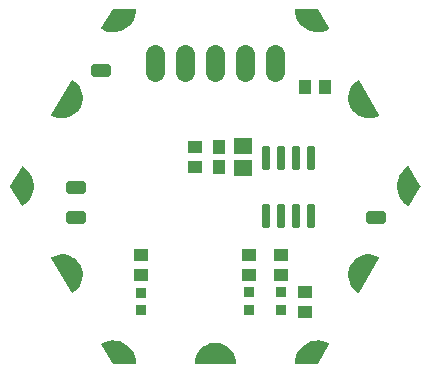
<source format=gbr>
G04 EAGLE Gerber RS-274X export*
G75*
%MOMM*%
%FSLAX34Y34*%
%LPD*%
%INSoldermask Top*%
%IPPOS*%
%AMOC8*
5,1,8,0,0,1.08239X$1,22.5*%
G01*
%ADD10R,0.901600X0.901600*%
%ADD11R,1.201600X1.101600*%
%ADD12C,0.605878*%
%ADD13C,1.101600*%
%ADD14R,1.601600X1.401600*%
%ADD15R,1.101600X1.201600*%
%ADD16C,0.248975*%
%ADD17C,1.625600*%

G36*
X363231Y195709D02*
X363231Y195709D01*
X363260Y195706D01*
X363327Y195728D01*
X363397Y195742D01*
X363421Y195759D01*
X363449Y195768D01*
X363502Y195815D01*
X363561Y195855D01*
X363577Y195879D01*
X363599Y195899D01*
X363630Y195963D01*
X363668Y196022D01*
X363673Y196051D01*
X363685Y196077D01*
X363694Y196177D01*
X363701Y196219D01*
X363698Y196229D01*
X363700Y196243D01*
X363468Y199041D01*
X363458Y199075D01*
X363454Y199123D01*
X362765Y201844D01*
X362750Y201876D01*
X362738Y201922D01*
X361610Y204494D01*
X361590Y204522D01*
X361571Y204566D01*
X360035Y206917D01*
X360011Y206941D01*
X359985Y206982D01*
X358083Y209047D01*
X358055Y209068D01*
X358022Y209103D01*
X355807Y210828D01*
X355776Y210843D01*
X355738Y210873D01*
X353268Y212209D01*
X353235Y212219D01*
X353193Y212242D01*
X352007Y212650D01*
X350553Y213149D01*
X350537Y213154D01*
X350503Y213159D01*
X350457Y213174D01*
X347688Y213636D01*
X347653Y213635D01*
X347606Y213643D01*
X344798Y213643D01*
X344764Y213636D01*
X344716Y213636D01*
X341947Y213174D01*
X341914Y213162D01*
X341867Y213154D01*
X339211Y212242D01*
X339181Y212225D01*
X339136Y212209D01*
X336666Y210873D01*
X336640Y210851D01*
X336597Y210828D01*
X334382Y209103D01*
X334359Y209077D01*
X334321Y209047D01*
X332419Y206982D01*
X332401Y206952D01*
X332369Y206917D01*
X330833Y204566D01*
X330820Y204534D01*
X330794Y204494D01*
X329666Y201922D01*
X329659Y201889D01*
X329656Y201882D01*
X329650Y201873D01*
X329649Y201867D01*
X329639Y201844D01*
X328950Y199123D01*
X328948Y199088D01*
X328936Y199041D01*
X328704Y196243D01*
X328708Y196214D01*
X328703Y196185D01*
X328720Y196116D01*
X328728Y196046D01*
X328742Y196020D01*
X328749Y195992D01*
X328791Y195935D01*
X328826Y195873D01*
X328850Y195855D01*
X328867Y195832D01*
X328928Y195796D01*
X328985Y195753D01*
X329013Y195745D01*
X329038Y195730D01*
X329136Y195714D01*
X329177Y195703D01*
X329188Y195705D01*
X329202Y195703D01*
X363202Y195703D01*
X363231Y195709D01*
G37*
G36*
X224809Y256012D02*
X224809Y256012D01*
X224880Y256009D01*
X224907Y256019D01*
X224936Y256021D01*
X225026Y256063D01*
X225066Y256078D01*
X225074Y256086D01*
X225087Y256092D01*
X227390Y257691D01*
X227414Y257717D01*
X227454Y257744D01*
X229463Y259701D01*
X229482Y259730D01*
X229517Y259763D01*
X231176Y262024D01*
X231191Y262055D01*
X231220Y262094D01*
X232484Y264597D01*
X232493Y264631D01*
X232515Y264674D01*
X233351Y267351D01*
X233354Y267385D01*
X233369Y267431D01*
X233752Y270210D01*
X233750Y270244D01*
X233756Y270292D01*
X233677Y273095D01*
X233669Y273129D01*
X233668Y273177D01*
X233129Y275929D01*
X233115Y275961D01*
X233106Y276009D01*
X232121Y278634D01*
X232106Y278659D01*
X232101Y278679D01*
X232093Y278690D01*
X232086Y278709D01*
X230682Y281137D01*
X230659Y281163D01*
X230635Y281205D01*
X228851Y283368D01*
X228824Y283390D01*
X228793Y283427D01*
X226677Y285268D01*
X226647Y285285D01*
X226611Y285317D01*
X224220Y286784D01*
X224188Y286795D01*
X224147Y286821D01*
X221548Y287874D01*
X221514Y287881D01*
X221469Y287899D01*
X218732Y288510D01*
X218697Y288511D01*
X218650Y288522D01*
X215850Y288674D01*
X215816Y288669D01*
X215768Y288672D01*
X212980Y288362D01*
X212947Y288351D01*
X212899Y288346D01*
X210201Y287581D01*
X210171Y287565D01*
X210124Y287552D01*
X207589Y286353D01*
X207565Y286336D01*
X207538Y286326D01*
X207486Y286277D01*
X207429Y286234D01*
X207415Y286209D01*
X207394Y286189D01*
X207365Y286124D01*
X207329Y286063D01*
X207326Y286034D01*
X207314Y286007D01*
X207313Y285936D01*
X207304Y285865D01*
X207312Y285837D01*
X207312Y285808D01*
X207346Y285715D01*
X207358Y285674D01*
X207365Y285665D01*
X207370Y285652D01*
X224370Y256252D01*
X224389Y256230D01*
X224402Y256204D01*
X224455Y256156D01*
X224502Y256103D01*
X224528Y256091D01*
X224550Y256071D01*
X224617Y256048D01*
X224681Y256018D01*
X224710Y256016D01*
X224738Y256007D01*
X224809Y256012D01*
G37*
G36*
X476588Y403735D02*
X476588Y403735D01*
X476636Y403732D01*
X479424Y404042D01*
X479457Y404053D01*
X479505Y404058D01*
X482203Y404823D01*
X482233Y404839D01*
X482280Y404852D01*
X484815Y406051D01*
X484839Y406068D01*
X484866Y406078D01*
X484918Y406127D01*
X484975Y406170D01*
X484989Y406195D01*
X485011Y406215D01*
X485039Y406280D01*
X485075Y406342D01*
X485078Y406370D01*
X485090Y406397D01*
X485091Y406468D01*
X485100Y406539D01*
X485092Y406567D01*
X485092Y406596D01*
X485058Y406689D01*
X485046Y406730D01*
X485039Y406739D01*
X485034Y406752D01*
X468034Y436152D01*
X468015Y436174D01*
X468002Y436200D01*
X467949Y436248D01*
X467902Y436301D01*
X467876Y436313D01*
X467854Y436333D01*
X467787Y436356D01*
X467723Y436386D01*
X467694Y436388D01*
X467666Y436397D01*
X467595Y436392D01*
X467524Y436395D01*
X467497Y436385D01*
X467468Y436383D01*
X467378Y436341D01*
X467338Y436326D01*
X467330Y436318D01*
X467317Y436312D01*
X465014Y434713D01*
X464990Y434688D01*
X464950Y434660D01*
X462941Y432703D01*
X462922Y432674D01*
X462887Y432641D01*
X461228Y430380D01*
X461213Y430349D01*
X461184Y430310D01*
X459920Y427807D01*
X459911Y427773D01*
X459889Y427730D01*
X459053Y425053D01*
X459050Y425019D01*
X459035Y424973D01*
X458652Y422194D01*
X458654Y422160D01*
X458648Y422112D01*
X458727Y419309D01*
X458735Y419275D01*
X458736Y419227D01*
X459275Y416475D01*
X459289Y416443D01*
X459298Y416395D01*
X460283Y413770D01*
X460301Y413740D01*
X460318Y413695D01*
X461722Y411267D01*
X461745Y411241D01*
X461769Y411200D01*
X463553Y409036D01*
X463580Y409014D01*
X463611Y408977D01*
X465727Y407136D01*
X465757Y407119D01*
X465793Y407088D01*
X468184Y405620D01*
X468216Y405609D01*
X468257Y405583D01*
X470856Y404530D01*
X470890Y404523D01*
X470935Y404505D01*
X473672Y403894D01*
X473707Y403893D01*
X473754Y403882D01*
X476554Y403730D01*
X476588Y403735D01*
G37*
G36*
X467628Y256013D02*
X467628Y256013D01*
X467699Y256012D01*
X467726Y256023D01*
X467755Y256027D01*
X467817Y256061D01*
X467882Y256089D01*
X467903Y256110D01*
X467928Y256124D01*
X467991Y256200D01*
X468021Y256231D01*
X468025Y256241D01*
X468034Y256252D01*
X485034Y285652D01*
X485043Y285680D01*
X485060Y285704D01*
X485075Y285773D01*
X485097Y285841D01*
X485095Y285870D01*
X485101Y285898D01*
X485088Y285968D01*
X485082Y286039D01*
X485069Y286065D01*
X485063Y286093D01*
X485023Y286152D01*
X484991Y286215D01*
X484968Y286234D01*
X484952Y286258D01*
X484870Y286315D01*
X484837Y286342D01*
X484827Y286345D01*
X484815Y286353D01*
X482280Y287552D01*
X482246Y287560D01*
X482203Y287581D01*
X479505Y288346D01*
X479470Y288348D01*
X479424Y288362D01*
X476636Y288672D01*
X476602Y288669D01*
X476554Y288674D01*
X473754Y288522D01*
X473720Y288513D01*
X473672Y288510D01*
X470935Y287899D01*
X470903Y287885D01*
X470856Y287874D01*
X468257Y286821D01*
X468228Y286802D01*
X468184Y286784D01*
X465793Y285317D01*
X465768Y285293D01*
X465727Y285268D01*
X463611Y283427D01*
X463590Y283400D01*
X463553Y283368D01*
X461769Y281205D01*
X461753Y281174D01*
X461722Y281137D01*
X460318Y278709D01*
X460307Y278676D01*
X460300Y278663D01*
X460290Y278649D01*
X460290Y278646D01*
X460283Y278634D01*
X459298Y276009D01*
X459292Y275974D01*
X459275Y275929D01*
X458736Y273177D01*
X458736Y273143D01*
X458727Y273095D01*
X458648Y270292D01*
X458654Y270258D01*
X458652Y270210D01*
X459035Y267431D01*
X459047Y267399D01*
X459053Y267351D01*
X459889Y264674D01*
X459906Y264643D01*
X459920Y264597D01*
X461184Y262094D01*
X461206Y262067D01*
X461228Y262024D01*
X462887Y259763D01*
X462913Y259740D01*
X462941Y259701D01*
X464950Y257744D01*
X464979Y257725D01*
X465014Y257691D01*
X467317Y256092D01*
X467344Y256080D01*
X467367Y256062D01*
X467435Y256041D01*
X467500Y256013D01*
X467529Y256013D01*
X467557Y256005D01*
X467628Y256013D01*
G37*
G36*
X218650Y403882D02*
X218650Y403882D01*
X218684Y403891D01*
X218732Y403894D01*
X221469Y404505D01*
X221501Y404519D01*
X221548Y404530D01*
X224147Y405583D01*
X224176Y405602D01*
X224220Y405620D01*
X226611Y407088D01*
X226636Y407111D01*
X226677Y407136D01*
X228793Y408977D01*
X228814Y409004D01*
X228851Y409036D01*
X230635Y411200D01*
X230651Y411230D01*
X230682Y411267D01*
X232086Y413695D01*
X232097Y413728D01*
X232121Y413770D01*
X233106Y416395D01*
X233112Y416430D01*
X233129Y416475D01*
X233668Y419227D01*
X233668Y419262D01*
X233677Y419309D01*
X233756Y422112D01*
X233751Y422146D01*
X233752Y422194D01*
X233369Y424973D01*
X233357Y425005D01*
X233351Y425053D01*
X232515Y427730D01*
X232498Y427761D01*
X232484Y427807D01*
X231220Y430310D01*
X231198Y430337D01*
X231176Y430380D01*
X229517Y432641D01*
X229491Y432664D01*
X229463Y432703D01*
X227454Y434660D01*
X227425Y434679D01*
X227390Y434713D01*
X225087Y436312D01*
X225060Y436324D01*
X225037Y436342D01*
X224969Y436363D01*
X224904Y436391D01*
X224875Y436391D01*
X224847Y436399D01*
X224776Y436391D01*
X224705Y436392D01*
X224678Y436381D01*
X224649Y436377D01*
X224587Y436343D01*
X224522Y436315D01*
X224501Y436294D01*
X224476Y436280D01*
X224413Y436204D01*
X224383Y436173D01*
X224379Y436163D01*
X224370Y436152D01*
X207370Y406752D01*
X207361Y406724D01*
X207344Y406700D01*
X207329Y406631D01*
X207307Y406563D01*
X207309Y406534D01*
X207303Y406506D01*
X207316Y406436D01*
X207322Y406365D01*
X207335Y406339D01*
X207341Y406311D01*
X207381Y406252D01*
X207413Y406189D01*
X207436Y406170D01*
X207452Y406146D01*
X207534Y406089D01*
X207567Y406062D01*
X207577Y406059D01*
X207589Y406051D01*
X210124Y404852D01*
X210158Y404844D01*
X210201Y404823D01*
X212899Y404058D01*
X212934Y404056D01*
X212980Y404042D01*
X215768Y403732D01*
X215802Y403735D01*
X215850Y403730D01*
X218650Y403882D01*
G37*
G36*
X509929Y329213D02*
X509929Y329213D01*
X510000Y329213D01*
X510027Y329224D01*
X510056Y329227D01*
X510118Y329262D01*
X510183Y329290D01*
X510204Y329310D01*
X510229Y329325D01*
X510292Y329402D01*
X510322Y329432D01*
X510326Y329442D01*
X510335Y329453D01*
X519835Y345953D01*
X519845Y345985D01*
X519854Y345998D01*
X519858Y346022D01*
X519859Y346026D01*
X519890Y346096D01*
X519890Y346120D01*
X519898Y346142D01*
X519892Y346218D01*
X519893Y346295D01*
X519883Y346319D01*
X519882Y346340D01*
X519861Y346379D01*
X519835Y346451D01*
X510335Y362951D01*
X510316Y362973D01*
X510303Y362999D01*
X510250Y363047D01*
X510203Y363100D01*
X510177Y363113D01*
X510156Y363132D01*
X510088Y363155D01*
X510024Y363186D01*
X509995Y363188D01*
X509968Y363197D01*
X509896Y363192D01*
X509825Y363195D01*
X509798Y363185D01*
X509769Y363183D01*
X509679Y363141D01*
X509639Y363126D01*
X509631Y363119D01*
X509618Y363113D01*
X507095Y361371D01*
X507071Y361347D01*
X507033Y361320D01*
X504821Y359196D01*
X504802Y359168D01*
X504768Y359136D01*
X502926Y356685D01*
X502912Y356654D01*
X502883Y356617D01*
X501458Y353902D01*
X501449Y353871D01*
X501433Y353846D01*
X501432Y353838D01*
X501427Y353828D01*
X500456Y350920D01*
X500452Y350886D01*
X500437Y350842D01*
X499945Y347815D01*
X499946Y347781D01*
X499938Y347735D01*
X499938Y344669D01*
X499939Y344665D01*
X499939Y344663D01*
X499945Y344636D01*
X499945Y344589D01*
X500437Y341562D01*
X500449Y341531D01*
X500456Y341484D01*
X501427Y338576D01*
X501444Y338547D01*
X501458Y338502D01*
X502883Y335787D01*
X502905Y335761D01*
X502926Y335719D01*
X504768Y333268D01*
X504793Y333245D01*
X504821Y333208D01*
X507033Y331084D01*
X507061Y331066D01*
X507095Y331033D01*
X509618Y329291D01*
X509645Y329280D01*
X509667Y329261D01*
X509736Y329241D01*
X509801Y329213D01*
X509830Y329213D01*
X509858Y329205D01*
X509929Y329213D01*
G37*
G36*
X182508Y329212D02*
X182508Y329212D01*
X182579Y329209D01*
X182606Y329219D01*
X182635Y329221D01*
X182725Y329263D01*
X182765Y329278D01*
X182773Y329285D01*
X182786Y329291D01*
X185309Y331033D01*
X185333Y331057D01*
X185371Y331084D01*
X187583Y333208D01*
X187602Y333236D01*
X187636Y333268D01*
X189478Y335719D01*
X189492Y335750D01*
X189521Y335787D01*
X190946Y338502D01*
X190955Y338535D01*
X190977Y338576D01*
X191948Y341484D01*
X191952Y341518D01*
X191967Y341562D01*
X192459Y344589D01*
X192458Y344623D01*
X192466Y344669D01*
X192466Y347735D01*
X192459Y347768D01*
X192459Y347815D01*
X191967Y350842D01*
X191955Y350873D01*
X191948Y350920D01*
X190977Y353828D01*
X190964Y353851D01*
X190958Y353876D01*
X190951Y353885D01*
X190946Y353902D01*
X189521Y356617D01*
X189499Y356643D01*
X189478Y356685D01*
X187636Y359136D01*
X187611Y359159D01*
X187583Y359196D01*
X185371Y361320D01*
X185343Y361338D01*
X185309Y361371D01*
X182786Y363113D01*
X182759Y363124D01*
X182737Y363143D01*
X182668Y363163D01*
X182603Y363191D01*
X182574Y363191D01*
X182546Y363199D01*
X182475Y363191D01*
X182404Y363192D01*
X182377Y363180D01*
X182348Y363177D01*
X182286Y363142D01*
X182221Y363114D01*
X182200Y363094D01*
X182175Y363079D01*
X182112Y363002D01*
X182082Y362972D01*
X182078Y362962D01*
X182069Y362951D01*
X172569Y346451D01*
X172545Y346378D01*
X172514Y346308D01*
X172514Y346284D01*
X172506Y346262D01*
X172513Y346186D01*
X172512Y346109D01*
X172521Y346085D01*
X172522Y346064D01*
X172543Y346025D01*
X172562Y345973D01*
X172563Y345967D01*
X172565Y345965D01*
X172569Y345953D01*
X182069Y329453D01*
X182088Y329431D01*
X182101Y329405D01*
X182154Y329357D01*
X182201Y329304D01*
X182227Y329291D01*
X182249Y329272D01*
X182316Y329249D01*
X182380Y329218D01*
X182409Y329217D01*
X182436Y329207D01*
X182508Y329212D01*
G37*
G36*
X432878Y195718D02*
X432878Y195718D01*
X432956Y195727D01*
X432975Y195738D01*
X432997Y195742D01*
X433061Y195786D01*
X433129Y195825D01*
X433145Y195844D01*
X433161Y195855D01*
X433185Y195893D01*
X433235Y195953D01*
X442735Y212453D01*
X442744Y212480D01*
X442760Y212504D01*
X442775Y212574D01*
X442798Y212642D01*
X442795Y212670D01*
X442801Y212698D01*
X442788Y212769D01*
X442782Y212840D01*
X442769Y212865D01*
X442763Y212893D01*
X442723Y212953D01*
X442690Y213016D01*
X442668Y213034D01*
X442652Y213058D01*
X442569Y213116D01*
X442537Y213143D01*
X442526Y213146D01*
X442516Y213153D01*
X439750Y214462D01*
X439717Y214470D01*
X439674Y214490D01*
X436734Y215338D01*
X436700Y215341D01*
X436656Y215354D01*
X433618Y215719D01*
X433584Y215716D01*
X433537Y215722D01*
X430480Y215595D01*
X430447Y215587D01*
X430400Y215586D01*
X427403Y214970D01*
X427372Y214957D01*
X427326Y214948D01*
X424466Y213859D01*
X424438Y213841D01*
X424394Y213825D01*
X421746Y212291D01*
X421720Y212269D01*
X421680Y212246D01*
X419312Y210308D01*
X419290Y210281D01*
X419254Y210252D01*
X417227Y207959D01*
X417211Y207930D01*
X417179Y207895D01*
X415547Y205307D01*
X415535Y205275D01*
X415510Y205236D01*
X414314Y202419D01*
X414307Y202386D01*
X414304Y202379D01*
X414300Y202373D01*
X414299Y202367D01*
X414288Y202343D01*
X413560Y199371D01*
X413558Y199337D01*
X413547Y199292D01*
X413304Y196242D01*
X413308Y196213D01*
X413303Y196185D01*
X413320Y196116D01*
X413328Y196044D01*
X413343Y196020D01*
X413349Y195992D01*
X413392Y195934D01*
X413428Y195872D01*
X413450Y195855D01*
X413467Y195832D01*
X413529Y195795D01*
X413586Y195752D01*
X413614Y195745D01*
X413638Y195730D01*
X413738Y195714D01*
X413779Y195703D01*
X413789Y195705D01*
X413802Y195703D01*
X432802Y195703D01*
X432878Y195718D01*
G37*
G36*
X433571Y476687D02*
X433571Y476687D01*
X433618Y476685D01*
X436656Y477050D01*
X436688Y477061D01*
X436734Y477066D01*
X439674Y477914D01*
X439704Y477930D01*
X439750Y477942D01*
X442516Y479251D01*
X442538Y479268D01*
X442565Y479278D01*
X442617Y479327D01*
X442675Y479370D01*
X442689Y479395D01*
X442710Y479414D01*
X442739Y479480D01*
X442775Y479542D01*
X442778Y479570D01*
X442790Y479596D01*
X442791Y479668D01*
X442800Y479739D01*
X442792Y479766D01*
X442793Y479795D01*
X442757Y479890D01*
X442746Y479930D01*
X442739Y479939D01*
X442735Y479951D01*
X433235Y496451D01*
X433183Y496510D01*
X433137Y496572D01*
X433118Y496583D01*
X433103Y496600D01*
X433033Y496634D01*
X432966Y496674D01*
X432942Y496678D01*
X432924Y496686D01*
X432879Y496688D01*
X432802Y496701D01*
X413802Y496701D01*
X413774Y496696D01*
X413746Y496698D01*
X413678Y496676D01*
X413607Y496662D01*
X413584Y496646D01*
X413557Y496637D01*
X413502Y496590D01*
X413443Y496549D01*
X413428Y496525D01*
X413407Y496507D01*
X413375Y496442D01*
X413336Y496382D01*
X413331Y496354D01*
X413319Y496328D01*
X413310Y496227D01*
X413303Y496185D01*
X413305Y496175D01*
X413304Y496162D01*
X413547Y493112D01*
X413556Y493080D01*
X413560Y493033D01*
X414288Y490061D01*
X414303Y490030D01*
X414314Y489985D01*
X415510Y487168D01*
X415529Y487140D01*
X415547Y487097D01*
X417179Y484509D01*
X417203Y484485D01*
X417227Y484445D01*
X419254Y482152D01*
X419281Y482132D01*
X419312Y482096D01*
X421680Y480158D01*
X421710Y480142D01*
X421746Y480113D01*
X424394Y478580D01*
X424426Y478569D01*
X424466Y478545D01*
X427326Y477457D01*
X427359Y477451D01*
X427403Y477434D01*
X430400Y476818D01*
X430434Y476818D01*
X430480Y476809D01*
X433537Y476682D01*
X433571Y476687D01*
G37*
G36*
X278630Y195708D02*
X278630Y195708D01*
X278658Y195706D01*
X278726Y195728D01*
X278797Y195742D01*
X278820Y195758D01*
X278847Y195767D01*
X278902Y195814D01*
X278961Y195855D01*
X278976Y195879D01*
X278998Y195897D01*
X279029Y195962D01*
X279068Y196022D01*
X279073Y196050D01*
X279085Y196076D01*
X279094Y196177D01*
X279101Y196219D01*
X279099Y196229D01*
X279100Y196242D01*
X278857Y199292D01*
X278848Y199324D01*
X278844Y199371D01*
X278116Y202343D01*
X278101Y202374D01*
X278090Y202419D01*
X276894Y205236D01*
X276875Y205264D01*
X276857Y205307D01*
X275225Y207895D01*
X275201Y207919D01*
X275177Y207959D01*
X273150Y210252D01*
X273123Y210272D01*
X273092Y210308D01*
X270725Y212246D01*
X270694Y212262D01*
X270658Y212291D01*
X268010Y213825D01*
X267978Y213835D01*
X267938Y213859D01*
X265078Y214948D01*
X265045Y214953D01*
X265001Y214970D01*
X262004Y215586D01*
X261970Y215586D01*
X261924Y215595D01*
X258867Y215722D01*
X258833Y215717D01*
X258786Y215719D01*
X255748Y215354D01*
X255716Y215343D01*
X255670Y215338D01*
X252730Y214490D01*
X252700Y214474D01*
X252655Y214462D01*
X249889Y213153D01*
X249866Y213136D01*
X249839Y213126D01*
X249787Y213077D01*
X249729Y213034D01*
X249715Y213009D01*
X249694Y212990D01*
X249665Y212924D01*
X249629Y212862D01*
X249626Y212834D01*
X249614Y212808D01*
X249613Y212736D01*
X249604Y212665D01*
X249612Y212638D01*
X249612Y212609D01*
X249647Y212514D01*
X249658Y212474D01*
X249665Y212465D01*
X249669Y212453D01*
X259169Y195953D01*
X259221Y195895D01*
X259267Y195832D01*
X259286Y195821D01*
X259301Y195804D01*
X259371Y195770D01*
X259438Y195730D01*
X259463Y195726D01*
X259480Y195718D01*
X259525Y195716D01*
X259602Y195703D01*
X278602Y195703D01*
X278630Y195708D01*
G37*
G36*
X261924Y476809D02*
X261924Y476809D01*
X261957Y476817D01*
X262004Y476818D01*
X265001Y477434D01*
X265032Y477447D01*
X265078Y477457D01*
X267938Y478545D01*
X267967Y478563D01*
X268010Y478580D01*
X270658Y480113D01*
X270684Y480135D01*
X270725Y480158D01*
X273092Y482096D01*
X273114Y482123D01*
X273150Y482152D01*
X275177Y484445D01*
X275194Y484474D01*
X275225Y484509D01*
X276857Y487097D01*
X276869Y487129D01*
X276894Y487168D01*
X278090Y489985D01*
X278097Y490018D01*
X278116Y490061D01*
X278844Y493033D01*
X278846Y493067D01*
X278857Y493112D01*
X279100Y496162D01*
X279096Y496191D01*
X279101Y496219D01*
X279084Y496288D01*
X279076Y496360D01*
X279062Y496384D01*
X279055Y496412D01*
X279012Y496470D01*
X278977Y496532D01*
X278954Y496549D01*
X278937Y496572D01*
X278875Y496609D01*
X278818Y496652D01*
X278790Y496659D01*
X278766Y496674D01*
X278666Y496690D01*
X278625Y496701D01*
X278615Y496699D01*
X278602Y496701D01*
X259602Y496701D01*
X259526Y496686D01*
X259448Y496677D01*
X259429Y496666D01*
X259407Y496662D01*
X259343Y496618D01*
X259275Y496579D01*
X259259Y496560D01*
X259243Y496549D01*
X259219Y496511D01*
X259169Y496451D01*
X249669Y479951D01*
X249660Y479924D01*
X249644Y479900D01*
X249629Y479830D01*
X249606Y479762D01*
X249609Y479734D01*
X249603Y479706D01*
X249617Y479636D01*
X249622Y479564D01*
X249635Y479539D01*
X249641Y479511D01*
X249681Y479451D01*
X249714Y479388D01*
X249736Y479370D01*
X249752Y479346D01*
X249835Y479288D01*
X249867Y479261D01*
X249878Y479258D01*
X249889Y479251D01*
X252655Y477942D01*
X252688Y477934D01*
X252730Y477914D01*
X255670Y477066D01*
X255704Y477063D01*
X255748Y477050D01*
X258786Y476685D01*
X258820Y476688D01*
X258867Y476682D01*
X261924Y476809D01*
G37*
D10*
X283401Y256148D03*
X283401Y241148D03*
D11*
X421655Y256916D03*
X421655Y239916D03*
X283210Y270900D03*
X283210Y287900D03*
D12*
X233571Y323027D02*
X222613Y323027D01*
X233571Y323027D02*
X233571Y318069D01*
X222613Y318069D01*
X222613Y323027D01*
X222613Y343469D02*
X233571Y343469D01*
X222613Y343469D02*
X222613Y348427D01*
X233571Y348427D01*
X233571Y343469D01*
X243187Y442021D02*
X254145Y442021D01*
X243187Y442021D02*
X243187Y446979D01*
X254145Y446979D01*
X254145Y442021D01*
X476263Y317764D02*
X487221Y317764D01*
X476263Y317764D02*
X476263Y322722D01*
X487221Y322722D01*
X487221Y317764D01*
D13*
X428802Y489302D03*
X511402Y346202D03*
X428802Y203102D03*
X263602Y203102D03*
X181002Y346202D03*
X263602Y489302D03*
X470102Y417702D03*
X470102Y274702D03*
X346202Y203102D03*
X222302Y274702D03*
X222302Y417702D03*
D14*
X369570Y380340D03*
X369570Y361340D03*
D15*
X349250Y379340D03*
X349250Y362340D03*
D16*
X390833Y330438D02*
X390833Y312212D01*
X386407Y312212D01*
X386407Y330438D01*
X390833Y330438D01*
X390833Y314577D02*
X386407Y314577D01*
X386407Y316942D02*
X390833Y316942D01*
X390833Y319307D02*
X386407Y319307D01*
X386407Y321672D02*
X390833Y321672D01*
X390833Y324037D02*
X386407Y324037D01*
X386407Y326402D02*
X390833Y326402D01*
X390833Y328767D02*
X386407Y328767D01*
X403533Y330438D02*
X403533Y312212D01*
X399107Y312212D01*
X399107Y330438D01*
X403533Y330438D01*
X403533Y314577D02*
X399107Y314577D01*
X399107Y316942D02*
X403533Y316942D01*
X403533Y319307D02*
X399107Y319307D01*
X399107Y321672D02*
X403533Y321672D01*
X403533Y324037D02*
X399107Y324037D01*
X399107Y326402D02*
X403533Y326402D01*
X403533Y328767D02*
X399107Y328767D01*
X416233Y330438D02*
X416233Y312212D01*
X411807Y312212D01*
X411807Y330438D01*
X416233Y330438D01*
X416233Y314577D02*
X411807Y314577D01*
X411807Y316942D02*
X416233Y316942D01*
X416233Y319307D02*
X411807Y319307D01*
X411807Y321672D02*
X416233Y321672D01*
X416233Y324037D02*
X411807Y324037D01*
X411807Y326402D02*
X416233Y326402D01*
X416233Y328767D02*
X411807Y328767D01*
X428933Y330438D02*
X428933Y312212D01*
X424507Y312212D01*
X424507Y330438D01*
X428933Y330438D01*
X428933Y314577D02*
X424507Y314577D01*
X424507Y316942D02*
X428933Y316942D01*
X428933Y319307D02*
X424507Y319307D01*
X424507Y321672D02*
X428933Y321672D01*
X428933Y324037D02*
X424507Y324037D01*
X424507Y326402D02*
X428933Y326402D01*
X428933Y328767D02*
X424507Y328767D01*
X428933Y361712D02*
X428933Y379938D01*
X428933Y361712D02*
X424507Y361712D01*
X424507Y379938D01*
X428933Y379938D01*
X428933Y364077D02*
X424507Y364077D01*
X424507Y366442D02*
X428933Y366442D01*
X428933Y368807D02*
X424507Y368807D01*
X424507Y371172D02*
X428933Y371172D01*
X428933Y373537D02*
X424507Y373537D01*
X424507Y375902D02*
X428933Y375902D01*
X428933Y378267D02*
X424507Y378267D01*
X416233Y379938D02*
X416233Y361712D01*
X411807Y361712D01*
X411807Y379938D01*
X416233Y379938D01*
X416233Y364077D02*
X411807Y364077D01*
X411807Y366442D02*
X416233Y366442D01*
X416233Y368807D02*
X411807Y368807D01*
X411807Y371172D02*
X416233Y371172D01*
X416233Y373537D02*
X411807Y373537D01*
X411807Y375902D02*
X416233Y375902D01*
X416233Y378267D02*
X411807Y378267D01*
X403533Y379938D02*
X403533Y361712D01*
X399107Y361712D01*
X399107Y379938D01*
X403533Y379938D01*
X403533Y364077D02*
X399107Y364077D01*
X399107Y366442D02*
X403533Y366442D01*
X403533Y368807D02*
X399107Y368807D01*
X399107Y371172D02*
X403533Y371172D01*
X403533Y373537D02*
X399107Y373537D01*
X399107Y375902D02*
X403533Y375902D01*
X403533Y378267D02*
X399107Y378267D01*
X390833Y379938D02*
X390833Y361712D01*
X386407Y361712D01*
X386407Y379938D01*
X390833Y379938D01*
X390833Y364077D02*
X386407Y364077D01*
X386407Y366442D02*
X390833Y366442D01*
X390833Y368807D02*
X386407Y368807D01*
X386407Y371172D02*
X390833Y371172D01*
X390833Y373537D02*
X386407Y373537D01*
X386407Y375902D02*
X390833Y375902D01*
X390833Y378267D02*
X386407Y378267D01*
D15*
X439030Y430530D03*
X422030Y430530D03*
D11*
X328930Y379340D03*
X328930Y362340D03*
X401320Y270900D03*
X401320Y287900D03*
X374650Y270900D03*
X374650Y287900D03*
D10*
X374650Y256420D03*
X374650Y241420D03*
X401320Y256420D03*
X401320Y241420D03*
D17*
X295275Y443230D02*
X295275Y458470D01*
X320675Y458470D02*
X320675Y443230D01*
X346075Y443230D02*
X346075Y458470D01*
X371475Y458470D02*
X371475Y443230D01*
X396875Y443230D02*
X396875Y458470D01*
M02*

</source>
